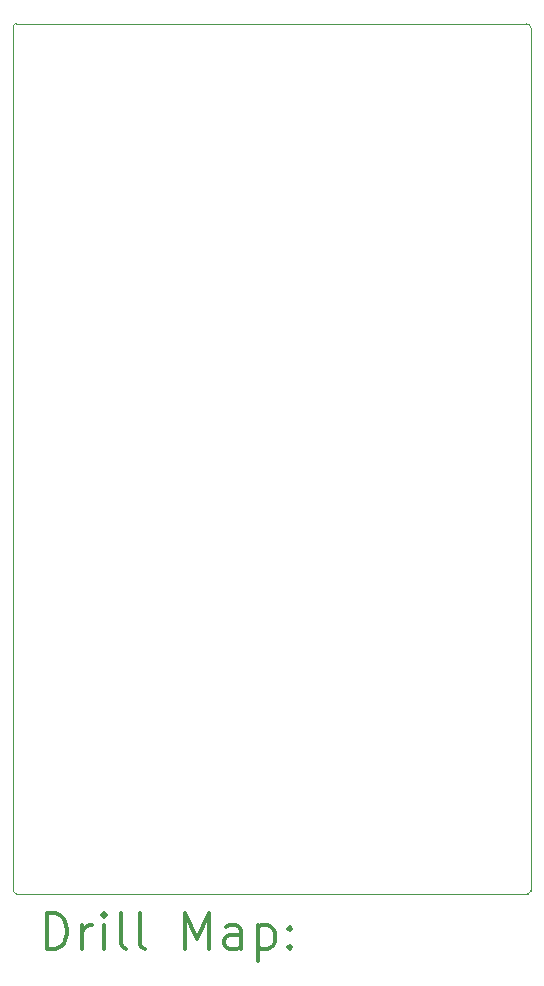
<source format=gbr>
%FSLAX45Y45*%
G04 Gerber Fmt 4.5, Leading zero omitted, Abs format (unit mm)*
G04 Created by KiCad (PCBNEW (5.1.10-1-10_14)) date 2021-10-09 12:15:42*
%MOMM*%
%LPD*%
G01*
G04 APERTURE LIST*
%TA.AperFunction,Profile*%
%ADD10C,0.050000*%
%TD*%
%ADD11C,0.200000*%
%ADD12C,0.300000*%
G04 APERTURE END LIST*
D10*
X12509500Y-16929100D02*
G75*
G02*
X12484100Y-16954500I-25400J0D01*
G01*
X8153400Y-16954500D02*
G75*
G02*
X8128000Y-16929100I0J25400D01*
G01*
X8128000Y-9613900D02*
G75*
G02*
X8153400Y-9588500I25400J0D01*
G01*
X12471400Y-9588500D02*
G75*
G02*
X12509500Y-9626600I0J-38100D01*
G01*
X8191500Y-16954500D02*
X8153400Y-16954500D01*
X8128000Y-16827500D02*
X8128000Y-16929100D01*
X12484100Y-16954500D02*
X8191500Y-16954500D01*
X12509500Y-16827500D02*
X12509500Y-16929100D01*
X12471400Y-9588500D02*
X8153400Y-9588500D01*
X12509500Y-16827500D02*
X12509500Y-9626600D01*
X8128000Y-16827500D02*
X8128000Y-9613900D01*
D11*
D12*
X8411928Y-17422714D02*
X8411928Y-17122714D01*
X8483357Y-17122714D01*
X8526214Y-17137000D01*
X8554786Y-17165572D01*
X8569071Y-17194143D01*
X8583357Y-17251286D01*
X8583357Y-17294143D01*
X8569071Y-17351286D01*
X8554786Y-17379857D01*
X8526214Y-17408429D01*
X8483357Y-17422714D01*
X8411928Y-17422714D01*
X8711928Y-17422714D02*
X8711928Y-17222714D01*
X8711928Y-17279857D02*
X8726214Y-17251286D01*
X8740500Y-17237000D01*
X8769071Y-17222714D01*
X8797643Y-17222714D01*
X8897643Y-17422714D02*
X8897643Y-17222714D01*
X8897643Y-17122714D02*
X8883357Y-17137000D01*
X8897643Y-17151286D01*
X8911928Y-17137000D01*
X8897643Y-17122714D01*
X8897643Y-17151286D01*
X9083357Y-17422714D02*
X9054786Y-17408429D01*
X9040500Y-17379857D01*
X9040500Y-17122714D01*
X9240500Y-17422714D02*
X9211928Y-17408429D01*
X9197643Y-17379857D01*
X9197643Y-17122714D01*
X9583357Y-17422714D02*
X9583357Y-17122714D01*
X9683357Y-17337000D01*
X9783357Y-17122714D01*
X9783357Y-17422714D01*
X10054786Y-17422714D02*
X10054786Y-17265572D01*
X10040500Y-17237000D01*
X10011928Y-17222714D01*
X9954786Y-17222714D01*
X9926214Y-17237000D01*
X10054786Y-17408429D02*
X10026214Y-17422714D01*
X9954786Y-17422714D01*
X9926214Y-17408429D01*
X9911928Y-17379857D01*
X9911928Y-17351286D01*
X9926214Y-17322714D01*
X9954786Y-17308429D01*
X10026214Y-17308429D01*
X10054786Y-17294143D01*
X10197643Y-17222714D02*
X10197643Y-17522714D01*
X10197643Y-17237000D02*
X10226214Y-17222714D01*
X10283357Y-17222714D01*
X10311928Y-17237000D01*
X10326214Y-17251286D01*
X10340500Y-17279857D01*
X10340500Y-17365572D01*
X10326214Y-17394143D01*
X10311928Y-17408429D01*
X10283357Y-17422714D01*
X10226214Y-17422714D01*
X10197643Y-17408429D01*
X10469071Y-17394143D02*
X10483357Y-17408429D01*
X10469071Y-17422714D01*
X10454786Y-17408429D01*
X10469071Y-17394143D01*
X10469071Y-17422714D01*
X10469071Y-17237000D02*
X10483357Y-17251286D01*
X10469071Y-17265572D01*
X10454786Y-17251286D01*
X10469071Y-17237000D01*
X10469071Y-17265572D01*
M02*

</source>
